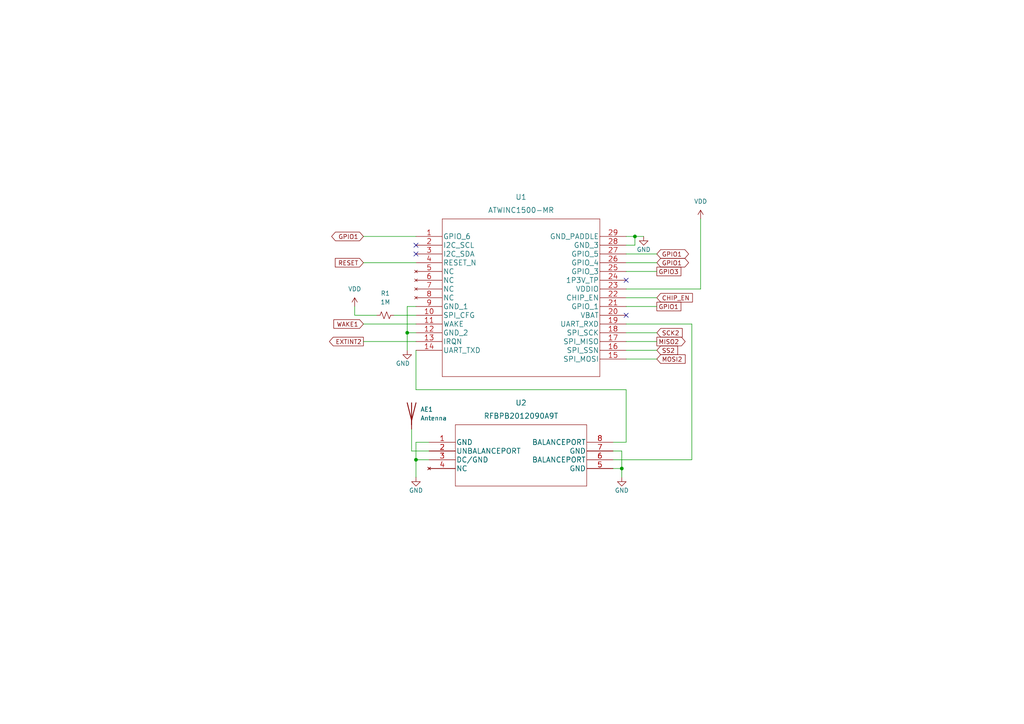
<source format=kicad_sch>
(kicad_sch (version 20211123) (generator eeschema)

  (uuid 47202413-c35f-4e7a-beda-ad46f3fd32e7)

  (paper "A4")

  (title_block
    (title "ATWINC1500-MR Control Circuit With Antenna")
    (date "2022-10-20")
    (rev "1")
    (company "DCA")
  )

  (lib_symbols
    (symbol "ATWINK1500REAL:ATWINC1500-MR210PB1961" (pin_names (offset 0.254)) (in_bom yes) (on_board yes)
      (property "Reference" "U" (id 0) (at 30.48 10.16 0)
        (effects (font (size 1.524 1.524)))
      )
      (property "Value" "ATWINC1500-MR210PB1961" (id 1) (at 30.48 7.62 0)
        (effects (font (size 1.524 1.524)))
      )
      (property "Footprint" "ATWINC15x0-MR210_MCH" (id 2) (at 30.48 6.096 0)
        (effects (font (size 1.524 1.524)) hide)
      )
      (property "Datasheet" "" (id 3) (at 0 0 0)
        (effects (font (size 1.524 1.524)))
      )
      (property "ki_locked" "" (id 4) (at 0 0 0)
        (effects (font (size 1.27 1.27)))
      )
      (property "ki_fp_filters" "ATWINC15x0-MR210_MCH" (id 5) (at 0 0 0)
        (effects (font (size 1.27 1.27)) hide)
      )
      (symbol "ATWINC1500-MR210PB1961_1_1"
        (polyline
          (pts
            (xy 7.62 -40.64)
            (xy 53.34 -40.64)
          )
          (stroke (width 0.127) (type default) (color 0 0 0 0))
          (fill (type none))
        )
        (polyline
          (pts
            (xy 7.62 5.08)
            (xy 7.62 -40.64)
          )
          (stroke (width 0.127) (type default) (color 0 0 0 0))
          (fill (type none))
        )
        (polyline
          (pts
            (xy 53.34 -40.64)
            (xy 53.34 5.08)
          )
          (stroke (width 0.127) (type default) (color 0 0 0 0))
          (fill (type none))
        )
        (polyline
          (pts
            (xy 53.34 5.08)
            (xy 7.62 5.08)
          )
          (stroke (width 0.127) (type default) (color 0 0 0 0))
          (fill (type none))
        )
        (pin bidirectional line (at 0 0 0) (length 7.62)
          (name "GPIO_6" (effects (font (size 1.4986 1.4986))))
          (number "1" (effects (font (size 1.4986 1.4986))))
        )
        (pin input line (at 0 -22.86 0) (length 7.62)
          (name "SPI_CFG" (effects (font (size 1.4986 1.4986))))
          (number "10" (effects (font (size 1.4986 1.4986))))
        )
        (pin input line (at 0 -25.4 0) (length 7.62)
          (name "WAKE" (effects (font (size 1.4986 1.4986))))
          (number "11" (effects (font (size 1.4986 1.4986))))
        )
        (pin power_in line (at 0 -27.94 0) (length 7.62)
          (name "GND_2" (effects (font (size 1.4986 1.4986))))
          (number "12" (effects (font (size 1.4986 1.4986))))
        )
        (pin output line (at 0 -30.48 0) (length 7.62)
          (name "IRQN" (effects (font (size 1.4986 1.4986))))
          (number "13" (effects (font (size 1.4986 1.4986))))
        )
        (pin output line (at 0 -33.02 0) (length 7.62)
          (name "UART_TXD" (effects (font (size 1.4986 1.4986))))
          (number "14" (effects (font (size 1.4986 1.4986))))
        )
        (pin input line (at 60.96 -35.56 180) (length 7.62)
          (name "SPI_MOSI" (effects (font (size 1.4986 1.4986))))
          (number "15" (effects (font (size 1.4986 1.4986))))
        )
        (pin input line (at 60.96 -33.02 180) (length 7.62)
          (name "SPI_SSN" (effects (font (size 1.4986 1.4986))))
          (number "16" (effects (font (size 1.4986 1.4986))))
        )
        (pin output line (at 60.96 -30.48 180) (length 7.62)
          (name "SPI_MISO" (effects (font (size 1.4986 1.4986))))
          (number "17" (effects (font (size 1.4986 1.4986))))
        )
        (pin input line (at 60.96 -27.94 180) (length 7.62)
          (name "SPI_SCK" (effects (font (size 1.4986 1.4986))))
          (number "18" (effects (font (size 1.4986 1.4986))))
        )
        (pin input line (at 60.96 -25.4 180) (length 7.62)
          (name "UART_RXD" (effects (font (size 1.4986 1.4986))))
          (number "19" (effects (font (size 1.4986 1.4986))))
        )
        (pin bidirectional line (at 0 -2.54 0) (length 7.62)
          (name "I2C_SCL" (effects (font (size 1.4986 1.4986))))
          (number "2" (effects (font (size 1.4986 1.4986))))
        )
        (pin power_in line (at 60.96 -22.86 180) (length 7.62)
          (name "VBAT" (effects (font (size 1.4986 1.4986))))
          (number "20" (effects (font (size 1.4986 1.4986))))
        )
        (pin bidirectional line (at 60.96 -20.32 180) (length 7.62)
          (name "GPIO_1" (effects (font (size 1.4986 1.4986))))
          (number "21" (effects (font (size 1.4986 1.4986))))
        )
        (pin input line (at 60.96 -17.78 180) (length 7.62)
          (name "CHIP_EN" (effects (font (size 1.4986 1.4986))))
          (number "22" (effects (font (size 1.4986 1.4986))))
        )
        (pin power_in line (at 60.96 -15.24 180) (length 7.62)
          (name "VDDIO" (effects (font (size 1.4986 1.4986))))
          (number "23" (effects (font (size 1.4986 1.4986))))
        )
        (pin unspecified line (at 60.96 -12.7 180) (length 7.62)
          (name "1P3V_TP" (effects (font (size 1.4986 1.4986))))
          (number "24" (effects (font (size 1.4986 1.4986))))
        )
        (pin bidirectional line (at 60.96 -10.16 180) (length 7.62)
          (name "GPIO_3" (effects (font (size 1.4986 1.4986))))
          (number "25" (effects (font (size 1.4986 1.4986))))
        )
        (pin bidirectional line (at 60.96 -7.62 180) (length 7.62)
          (name "GPIO_4" (effects (font (size 1.4986 1.4986))))
          (number "26" (effects (font (size 1.4986 1.4986))))
        )
        (pin bidirectional line (at 60.96 -5.08 180) (length 7.62)
          (name "GPIO_5" (effects (font (size 1.4986 1.4986))))
          (number "27" (effects (font (size 1.4986 1.4986))))
        )
        (pin power_in line (at 60.96 -2.54 180) (length 7.62)
          (name "GND_3" (effects (font (size 1.4986 1.4986))))
          (number "28" (effects (font (size 1.4986 1.4986))))
        )
        (pin power_in line (at 60.96 0 180) (length 7.62)
          (name "GND_PADDLE" (effects (font (size 1.4986 1.4986))))
          (number "29" (effects (font (size 1.4986 1.4986))))
        )
        (pin bidirectional line (at 0 -5.08 0) (length 7.62)
          (name "I2C_SDA" (effects (font (size 1.4986 1.4986))))
          (number "3" (effects (font (size 1.4986 1.4986))))
        )
        (pin input line (at 0 -7.62 0) (length 7.62)
          (name "RESET_N" (effects (font (size 1.4986 1.4986))))
          (number "4" (effects (font (size 1.4986 1.4986))))
        )
        (pin no_connect line (at 0 -10.16 0) (length 7.62)
          (name "NC" (effects (font (size 1.4986 1.4986))))
          (number "5" (effects (font (size 1.4986 1.4986))))
        )
        (pin no_connect line (at 0 -12.7 0) (length 7.62)
          (name "NC" (effects (font (size 1.4986 1.4986))))
          (number "6" (effects (font (size 1.4986 1.4986))))
        )
        (pin no_connect line (at 0 -15.24 0) (length 7.62)
          (name "NC" (effects (font (size 1.4986 1.4986))))
          (number "7" (effects (font (size 1.4986 1.4986))))
        )
        (pin no_connect line (at 0 -17.78 0) (length 7.62)
          (name "NC" (effects (font (size 1.4986 1.4986))))
          (number "8" (effects (font (size 1.4986 1.4986))))
        )
        (pin power_in line (at 0 -20.32 0) (length 7.62)
          (name "GND_1" (effects (font (size 1.4986 1.4986))))
          (number "9" (effects (font (size 1.4986 1.4986))))
        )
      )
    )
    (symbol "Device:Antenna" (pin_numbers hide) (pin_names (offset 1.016) hide) (in_bom yes) (on_board yes)
      (property "Reference" "AE" (id 0) (at -1.905 1.905 0)
        (effects (font (size 1.27 1.27)) (justify right))
      )
      (property "Value" "Antenna" (id 1) (at -1.905 0 0)
        (effects (font (size 1.27 1.27)) (justify right))
      )
      (property "Footprint" "" (id 2) (at 0 0 0)
        (effects (font (size 1.27 1.27)) hide)
      )
      (property "Datasheet" "~" (id 3) (at 0 0 0)
        (effects (font (size 1.27 1.27)) hide)
      )
      (property "ki_keywords" "antenna" (id 4) (at 0 0 0)
        (effects (font (size 1.27 1.27)) hide)
      )
      (property "ki_description" "Antenna" (id 5) (at 0 0 0)
        (effects (font (size 1.27 1.27)) hide)
      )
      (symbol "Antenna_0_1"
        (polyline
          (pts
            (xy 0 2.54)
            (xy 0 -3.81)
          )
          (stroke (width 0.254) (type default) (color 0 0 0 0))
          (fill (type none))
        )
        (polyline
          (pts
            (xy 1.27 2.54)
            (xy 0 -2.54)
            (xy -1.27 2.54)
          )
          (stroke (width 0.254) (type default) (color 0 0 0 0))
          (fill (type none))
        )
      )
      (symbol "Antenna_1_1"
        (pin input line (at 0 -5.08 90) (length 2.54)
          (name "A" (effects (font (size 1.27 1.27))))
          (number "1" (effects (font (size 1.27 1.27))))
        )
      )
    )
    (symbol "Device:R_Small_US" (pin_numbers hide) (pin_names (offset 0.254) hide) (in_bom yes) (on_board yes)
      (property "Reference" "R" (id 0) (at 0.762 0.508 0)
        (effects (font (size 1.27 1.27)) (justify left))
      )
      (property "Value" "R_Small_US" (id 1) (at 0.762 -1.016 0)
        (effects (font (size 1.27 1.27)) (justify left))
      )
      (property "Footprint" "" (id 2) (at 0 0 0)
        (effects (font (size 1.27 1.27)) hide)
      )
      (property "Datasheet" "~" (id 3) (at 0 0 0)
        (effects (font (size 1.27 1.27)) hide)
      )
      (property "ki_keywords" "r resistor" (id 4) (at 0 0 0)
        (effects (font (size 1.27 1.27)) hide)
      )
      (property "ki_description" "Resistor, small US symbol" (id 5) (at 0 0 0)
        (effects (font (size 1.27 1.27)) hide)
      )
      (property "ki_fp_filters" "R_*" (id 6) (at 0 0 0)
        (effects (font (size 1.27 1.27)) hide)
      )
      (symbol "R_Small_US_1_1"
        (polyline
          (pts
            (xy 0 0)
            (xy 1.016 -0.381)
            (xy 0 -0.762)
            (xy -1.016 -1.143)
            (xy 0 -1.524)
          )
          (stroke (width 0) (type default) (color 0 0 0 0))
          (fill (type none))
        )
        (polyline
          (pts
            (xy 0 1.524)
            (xy 1.016 1.143)
            (xy 0 0.762)
            (xy -1.016 0.381)
            (xy 0 0)
          )
          (stroke (width 0) (type default) (color 0 0 0 0))
          (fill (type none))
        )
        (pin passive line (at 0 2.54 270) (length 1.016)
          (name "~" (effects (font (size 1.27 1.27))))
          (number "1" (effects (font (size 1.27 1.27))))
        )
        (pin passive line (at 0 -2.54 90) (length 1.016)
          (name "~" (effects (font (size 1.27 1.27))))
          (number "2" (effects (font (size 1.27 1.27))))
        )
      )
    )
    (symbol "RFBPB2012090A9T:RFBPB2012090A9T" (pin_names (offset 0.254)) (in_bom yes) (on_board yes)
      (property "Reference" "U?" (id 0) (at 25.4 13.97 0)
        (effects (font (size 1.524 1.524)))
      )
      (property "Value" "RFBPB2012090A9T" (id 1) (at 25.4 10.16 0)
        (effects (font (size 1.524 1.524)))
      )
      (property "Footprint" "LTCC-8_2P0X1P2_WAL" (id 2) (at 25.4 7.62 0)
        (effects (font (size 1.524 1.524)) hide)
      )
      (property "Datasheet" "" (id 3) (at 0 0 0)
        (effects (font (size 1.524 1.524)))
      )
      (property "ki_locked" "" (id 4) (at 0 0 0)
        (effects (font (size 1.27 1.27)))
      )
      (property "ki_fp_filters" "LTCC-8_2P0X1P2_WAL LTCC-8_2P0X1P2_WAL-M LTCC-8_2P0X1P2_WAL-L" (id 5) (at 0 0 0)
        (effects (font (size 1.27 1.27)) hide)
      )
      (symbol "RFBPB2012090A9T_1_1"
        (polyline
          (pts
            (xy 7.62 -12.7)
            (xy 45.72 -12.7)
          )
          (stroke (width 0.127) (type default) (color 0 0 0 0))
          (fill (type none))
        )
        (polyline
          (pts
            (xy 7.62 5.08)
            (xy 7.62 -12.7)
          )
          (stroke (width 0.127) (type default) (color 0 0 0 0))
          (fill (type none))
        )
        (polyline
          (pts
            (xy 45.72 -12.7)
            (xy 45.72 5.08)
          )
          (stroke (width 0.127) (type default) (color 0 0 0 0))
          (fill (type none))
        )
        (polyline
          (pts
            (xy 45.72 5.08)
            (xy 7.62 5.08)
          )
          (stroke (width 0.127) (type default) (color 0 0 0 0))
          (fill (type none))
        )
        (pin power_in line (at 0 0 0) (length 7.62)
          (name "GND" (effects (font (size 1.4986 1.4986))))
          (number "1" (effects (font (size 1.4986 1.4986))))
        )
        (pin unspecified line (at 0 -2.54 0) (length 7.62)
          (name "UNBALANCEPORT" (effects (font (size 1.4986 1.4986))))
          (number "2" (effects (font (size 1.4986 1.4986))))
        )
        (pin unspecified line (at 0 -5.08 0) (length 7.62)
          (name "DC/GND" (effects (font (size 1.4986 1.4986))))
          (number "3" (effects (font (size 1.4986 1.4986))))
        )
        (pin no_connect line (at 0 -7.62 0) (length 7.62)
          (name "NC" (effects (font (size 1.4986 1.4986))))
          (number "4" (effects (font (size 1.4986 1.4986))))
        )
        (pin power_in line (at 53.34 -7.62 180) (length 7.62)
          (name "GND" (effects (font (size 1.4986 1.4986))))
          (number "5" (effects (font (size 1.4986 1.4986))))
        )
        (pin unspecified line (at 53.34 -5.08 180) (length 7.62)
          (name "BALANCEPORT" (effects (font (size 1.4986 1.4986))))
          (number "6" (effects (font (size 1.4986 1.4986))))
        )
        (pin power_in line (at 53.34 -2.54 180) (length 7.62)
          (name "GND" (effects (font (size 1.4986 1.4986))))
          (number "7" (effects (font (size 1.4986 1.4986))))
        )
        (pin unspecified line (at 53.34 0 180) (length 7.62)
          (name "BALANCEPORT" (effects (font (size 1.4986 1.4986))))
          (number "8" (effects (font (size 1.4986 1.4986))))
        )
      )
    )
    (symbol "power:GND" (power) (pin_names (offset 0)) (in_bom yes) (on_board yes)
      (property "Reference" "#PWR" (id 0) (at 0 -6.35 0)
        (effects (font (size 1.27 1.27)) hide)
      )
      (property "Value" "GND" (id 1) (at 0 -3.81 0)
        (effects (font (size 1.27 1.27)))
      )
      (property "Footprint" "" (id 2) (at 0 0 0)
        (effects (font (size 1.27 1.27)) hide)
      )
      (property "Datasheet" "" (id 3) (at 0 0 0)
        (effects (font (size 1.27 1.27)) hide)
      )
      (property "ki_keywords" "power-flag" (id 4) (at 0 0 0)
        (effects (font (size 1.27 1.27)) hide)
      )
      (property "ki_description" "Power symbol creates a global label with name \"GND\" , ground" (id 5) (at 0 0 0)
        (effects (font (size 1.27 1.27)) hide)
      )
      (symbol "GND_0_1"
        (polyline
          (pts
            (xy 0 0)
            (xy 0 -1.27)
            (xy 1.27 -1.27)
            (xy 0 -2.54)
            (xy -1.27 -1.27)
            (xy 0 -1.27)
          )
          (stroke (width 0) (type default) (color 0 0 0 0))
          (fill (type none))
        )
      )
      (symbol "GND_1_1"
        (pin power_in line (at 0 0 270) (length 0) hide
          (name "GND" (effects (font (size 1.27 1.27))))
          (number "1" (effects (font (size 1.27 1.27))))
        )
      )
    )
    (symbol "power:VDD" (power) (pin_names (offset 0)) (in_bom yes) (on_board yes)
      (property "Reference" "#PWR" (id 0) (at 0 -3.81 0)
        (effects (font (size 1.27 1.27)) hide)
      )
      (property "Value" "VDD" (id 1) (at 0 3.81 0)
        (effects (font (size 1.27 1.27)))
      )
      (property "Footprint" "" (id 2) (at 0 0 0)
        (effects (font (size 1.27 1.27)) hide)
      )
      (property "Datasheet" "" (id 3) (at 0 0 0)
        (effects (font (size 1.27 1.27)) hide)
      )
      (property "ki_keywords" "power-flag" (id 4) (at 0 0 0)
        (effects (font (size 1.27 1.27)) hide)
      )
      (property "ki_description" "Power symbol creates a global label with name \"VDD\"" (id 5) (at 0 0 0)
        (effects (font (size 1.27 1.27)) hide)
      )
      (symbol "VDD_0_1"
        (polyline
          (pts
            (xy -0.762 1.27)
            (xy 0 2.54)
          )
          (stroke (width 0) (type default) (color 0 0 0 0))
          (fill (type none))
        )
        (polyline
          (pts
            (xy 0 0)
            (xy 0 2.54)
          )
          (stroke (width 0) (type default) (color 0 0 0 0))
          (fill (type none))
        )
        (polyline
          (pts
            (xy 0 2.54)
            (xy 0.762 1.27)
          )
          (stroke (width 0) (type default) (color 0 0 0 0))
          (fill (type none))
        )
      )
      (symbol "VDD_1_1"
        (pin power_in line (at 0 0 90) (length 0) hide
          (name "VDD" (effects (font (size 1.27 1.27))))
          (number "1" (effects (font (size 1.27 1.27))))
        )
      )
    )
  )

  (junction (at 184.15 68.58) (diameter 0) (color 0 0 0 0)
    (uuid 09a67b28-e629-4029-8350-34822dc5513c)
  )
  (junction (at 118.11 96.52) (diameter 0) (color 0 0 0 0)
    (uuid 3d288fa4-cc4c-4db7-abf0-ffd305e5c37c)
  )
  (junction (at 180.34 135.89) (diameter 0) (color 0 0 0 0)
    (uuid 7cd436f7-778f-4418-a124-384b2a733227)
  )
  (junction (at 120.65 133.35) (diameter 0) (color 0 0 0 0)
    (uuid f9a94cdb-1580-4766-ba83-54b14f22c2ac)
  )

  (no_connect (at 181.61 91.44) (uuid 303561ed-c3da-4802-8ff7-01c2fd5c2b33))
  (no_connect (at 181.61 81.28) (uuid 303561ed-c3da-4802-8ff7-01c2fd5c2b33))
  (no_connect (at 120.65 73.66) (uuid 303561ed-c3da-4802-8ff7-01c2fd5c2b33))
  (no_connect (at 120.65 71.12) (uuid 303561ed-c3da-4802-8ff7-01c2fd5c2b33))

  (wire (pts (xy 120.65 101.6) (xy 120.65 113.03))
    (stroke (width 0) (type default) (color 0 0 0 0))
    (uuid 007cca95-d4e2-4125-9583-5cfa03725113)
  )
  (wire (pts (xy 181.61 128.27) (xy 177.8 128.27))
    (stroke (width 0) (type default) (color 0 0 0 0))
    (uuid 04c79b63-63fd-4e61-b81b-0b513f069f33)
  )
  (wire (pts (xy 181.61 71.12) (xy 184.15 71.12))
    (stroke (width 0) (type default) (color 0 0 0 0))
    (uuid 06499166-8255-44c8-9364-f9b6f4ff521b)
  )
  (wire (pts (xy 102.87 91.44) (xy 102.87 88.9))
    (stroke (width 0) (type default) (color 0 0 0 0))
    (uuid 11b8e6b6-d3c5-4ac5-b49e-c16ec826fb27)
  )
  (wire (pts (xy 190.5 86.36) (xy 181.61 86.36))
    (stroke (width 0) (type default) (color 0 0 0 0))
    (uuid 123872ac-6d44-4521-8b4f-540ac11a206b)
  )
  (wire (pts (xy 120.65 96.52) (xy 118.11 96.52))
    (stroke (width 0) (type default) (color 0 0 0 0))
    (uuid 17c7fedd-4769-4d32-9011-c5a2e667675d)
  )
  (wire (pts (xy 118.11 88.9) (xy 118.11 96.52))
    (stroke (width 0) (type default) (color 0 0 0 0))
    (uuid 2bd18e02-d108-4dbb-81cf-9fd766c095a6)
  )
  (wire (pts (xy 181.61 88.9) (xy 190.5 88.9))
    (stroke (width 0) (type default) (color 0 0 0 0))
    (uuid 33e8163a-42f0-4846-a55d-082614078464)
  )
  (wire (pts (xy 118.11 96.52) (xy 118.11 101.6))
    (stroke (width 0) (type default) (color 0 0 0 0))
    (uuid 341f6d0c-a2ac-45d5-80db-38c32ce556c8)
  )
  (wire (pts (xy 180.34 130.81) (xy 180.34 135.89))
    (stroke (width 0) (type default) (color 0 0 0 0))
    (uuid 3b23fdbb-6526-4c83-a144-374abc3c77ad)
  )
  (wire (pts (xy 114.3 91.44) (xy 120.65 91.44))
    (stroke (width 0) (type default) (color 0 0 0 0))
    (uuid 42973b3e-4635-4113-8cb5-beeb6b35a312)
  )
  (wire (pts (xy 120.65 133.35) (xy 120.65 138.43))
    (stroke (width 0) (type default) (color 0 0 0 0))
    (uuid 479cd1ba-1f8b-449b-ad31-ad25a0526602)
  )
  (wire (pts (xy 181.61 99.06) (xy 190.5 99.06))
    (stroke (width 0) (type default) (color 0 0 0 0))
    (uuid 4ac85a91-1dc3-4150-b44d-516059f8de1f)
  )
  (wire (pts (xy 105.41 76.2) (xy 120.65 76.2))
    (stroke (width 0) (type default) (color 0 0 0 0))
    (uuid 52050e05-05aa-4d8b-bbae-bebbb0444694)
  )
  (wire (pts (xy 177.8 135.89) (xy 180.34 135.89))
    (stroke (width 0) (type default) (color 0 0 0 0))
    (uuid 53802f34-a205-4be0-8f77-d723a8ddd8a4)
  )
  (wire (pts (xy 105.41 99.06) (xy 120.65 99.06))
    (stroke (width 0) (type default) (color 0 0 0 0))
    (uuid 5856b494-106d-41d6-9277-e8c1335c6fe7)
  )
  (wire (pts (xy 180.34 135.89) (xy 180.34 138.43))
    (stroke (width 0) (type default) (color 0 0 0 0))
    (uuid 5a27c7d4-0ffb-423e-8785-3934ea8e8a45)
  )
  (wire (pts (xy 120.65 128.27) (xy 120.65 133.35))
    (stroke (width 0) (type default) (color 0 0 0 0))
    (uuid 658367a3-3019-4b30-945c-5a60d7ccd12d)
  )
  (wire (pts (xy 177.8 130.81) (xy 180.34 130.81))
    (stroke (width 0) (type default) (color 0 0 0 0))
    (uuid 67908d13-48e2-4ba8-9a12-ed0ff6fc38da)
  )
  (wire (pts (xy 200.66 93.98) (xy 200.66 133.35))
    (stroke (width 0) (type default) (color 0 0 0 0))
    (uuid 6b91b5ca-717a-4ffa-9d95-6c8a7e0f173a)
  )
  (wire (pts (xy 184.15 71.12) (xy 184.15 68.58))
    (stroke (width 0) (type default) (color 0 0 0 0))
    (uuid 7481605e-d88e-4758-87a8-b66957fe3e3c)
  )
  (wire (pts (xy 181.61 68.58) (xy 184.15 68.58))
    (stroke (width 0) (type default) (color 0 0 0 0))
    (uuid 7be6ca9d-321d-47d3-b879-5058e2803eae)
  )
  (wire (pts (xy 120.65 113.03) (xy 181.61 113.03))
    (stroke (width 0) (type default) (color 0 0 0 0))
    (uuid 7eaddf48-4706-4eca-97c5-3c40802bb0f1)
  )
  (wire (pts (xy 181.61 78.74) (xy 190.5 78.74))
    (stroke (width 0) (type default) (color 0 0 0 0))
    (uuid 848688f9-81e8-4ff1-975b-2e78a3ad582c)
  )
  (wire (pts (xy 120.65 88.9) (xy 118.11 88.9))
    (stroke (width 0) (type default) (color 0 0 0 0))
    (uuid 87d4d979-e5a8-46f5-9086-af6593e42cfd)
  )
  (wire (pts (xy 203.2 83.82) (xy 181.61 83.82))
    (stroke (width 0) (type default) (color 0 0 0 0))
    (uuid 9498ad13-da36-4f75-8f03-da5fc85200ab)
  )
  (wire (pts (xy 181.61 113.03) (xy 181.61 128.27))
    (stroke (width 0) (type default) (color 0 0 0 0))
    (uuid 976878cc-b259-4dbe-8894-bd51d5564370)
  )
  (wire (pts (xy 190.5 101.6) (xy 181.61 101.6))
    (stroke (width 0) (type default) (color 0 0 0 0))
    (uuid 9f9506a7-3deb-4065-8bfa-f4461813691c)
  )
  (wire (pts (xy 200.66 133.35) (xy 177.8 133.35))
    (stroke (width 0) (type default) (color 0 0 0 0))
    (uuid a34bba85-24e7-4bbd-be4d-b6c1a95ce40b)
  )
  (wire (pts (xy 124.46 128.27) (xy 120.65 128.27))
    (stroke (width 0) (type default) (color 0 0 0 0))
    (uuid ab7dfd00-3884-44bb-b057-e6f1eb6db026)
  )
  (wire (pts (xy 181.61 93.98) (xy 200.66 93.98))
    (stroke (width 0) (type default) (color 0 0 0 0))
    (uuid b711cda5-7a6a-44f0-a153-a85037390067)
  )
  (wire (pts (xy 120.65 133.35) (xy 124.46 133.35))
    (stroke (width 0) (type default) (color 0 0 0 0))
    (uuid b892884b-bfd2-467d-ad3f-3708f8e70359)
  )
  (wire (pts (xy 109.22 91.44) (xy 102.87 91.44))
    (stroke (width 0) (type default) (color 0 0 0 0))
    (uuid c16b5c50-2ecd-4ad1-b93e-fd6950a8b793)
  )
  (wire (pts (xy 119.38 130.81) (xy 119.38 124.46))
    (stroke (width 0) (type default) (color 0 0 0 0))
    (uuid c21b3b80-5aac-47ba-b0ae-52a68186cdf5)
  )
  (wire (pts (xy 190.5 96.52) (xy 181.61 96.52))
    (stroke (width 0) (type default) (color 0 0 0 0))
    (uuid cb9a973c-dc0a-4c65-8457-36b447b5688c)
  )
  (wire (pts (xy 105.41 93.98) (xy 120.65 93.98))
    (stroke (width 0) (type default) (color 0 0 0 0))
    (uuid cfd58ea9-d7cb-4b3e-b214-701281e760ea)
  )
  (wire (pts (xy 124.46 130.81) (xy 119.38 130.81))
    (stroke (width 0) (type default) (color 0 0 0 0))
    (uuid dc0443de-95ea-43b1-b5d0-d5eb8e3bacdf)
  )
  (wire (pts (xy 181.61 73.66) (xy 190.5 73.66))
    (stroke (width 0) (type default) (color 0 0 0 0))
    (uuid dd6f2c59-256a-45b0-9306-e3d9dea628b1)
  )
  (wire (pts (xy 105.41 68.58) (xy 120.65 68.58))
    (stroke (width 0) (type default) (color 0 0 0 0))
    (uuid effaf368-b73a-4dc1-8e90-9941934a4939)
  )
  (wire (pts (xy 181.61 76.2) (xy 190.5 76.2))
    (stroke (width 0) (type default) (color 0 0 0 0))
    (uuid fca2c221-e38a-4f5e-b3ed-95750668a224)
  )
  (wire (pts (xy 181.61 104.14) (xy 190.5 104.14))
    (stroke (width 0) (type default) (color 0 0 0 0))
    (uuid fdefba87-6f71-4968-94c2-07a034475b41)
  )
  (wire (pts (xy 184.15 68.58) (xy 186.69 68.58))
    (stroke (width 0) (type default) (color 0 0 0 0))
    (uuid fe15d566-45b2-4e5b-8347-1b987b9c4898)
  )
  (wire (pts (xy 203.2 63.5) (xy 203.2 83.82))
    (stroke (width 0) (type default) (color 0 0 0 0))
    (uuid fff8d30a-060d-452e-b7ed-0ca54980ca53)
  )

  (global_label "WAKE1" (shape input) (at 105.41 93.98 180) (fields_autoplaced)
    (effects (font (size 1.27 1.27)) (justify right))
    (uuid 068fb82f-9b41-4ae6-817e-625b3b97ea52)
    (property "Intersheet References" "${INTERSHEET_REFS}" (id 0) (at 96.8283 93.9006 0)
      (effects (font (size 1.27 1.27)) (justify right) hide)
    )
  )
  (global_label "GPIO1" (shape bidirectional) (at 190.5 73.66 0) (fields_autoplaced)
    (effects (font (size 1.27 1.27)) (justify left))
    (uuid 09cb6408-646b-4f49-a0dc-e7478cf6960d)
    (property "Intersheet References" "${INTERSHEET_REFS}" (id 0) (at 198.5979 73.5806 0)
      (effects (font (size 1.27 1.27)) (justify left) hide)
    )
  )
  (global_label "GPIO1" (shape bidirectional) (at 190.5 76.2 0) (fields_autoplaced)
    (effects (font (size 1.27 1.27)) (justify left))
    (uuid 1eb7d2bb-26a3-4e9c-9970-d22b91231ed2)
    (property "Intersheet References" "${INTERSHEET_REFS}" (id 0) (at 198.5979 76.1206 0)
      (effects (font (size 1.27 1.27)) (justify left) hide)
    )
  )
  (global_label "MOSI2" (shape input) (at 190.5 104.14 0) (fields_autoplaced)
    (effects (font (size 1.27 1.27)) (justify left))
    (uuid 2a219543-b8e7-497b-9804-45f1f5ef6be0)
    (property "Intersheet References" "${INTERSHEET_REFS}" (id 0) (at 198.7188 104.0606 0)
      (effects (font (size 1.27 1.27)) (justify left) hide)
    )
  )
  (global_label "SCK2" (shape input) (at 190.5 96.52 0) (fields_autoplaced)
    (effects (font (size 1.27 1.27)) (justify left))
    (uuid 36b37f52-cdd5-460a-bef3-e7c8a4046a5c)
    (property "Intersheet References" "${INTERSHEET_REFS}" (id 0) (at 197.8721 96.4406 0)
      (effects (font (size 1.27 1.27)) (justify left) hide)
    )
  )
  (global_label "CHIP_EN" (shape input) (at 190.5 86.36 0) (fields_autoplaced)
    (effects (font (size 1.27 1.27)) (justify left))
    (uuid 60f885f2-d910-40ca-9fde-2b97e9ba842d)
    (property "Intersheet References" "${INTERSHEET_REFS}" (id 0) (at 200.8355 86.2806 0)
      (effects (font (size 1.27 1.27)) (justify left) hide)
    )
  )
  (global_label "GPIO1" (shape passive) (at 190.5 88.9 0) (fields_autoplaced)
    (effects (font (size 1.27 1.27)) (justify left))
    (uuid 97f71ec2-3266-4f15-8bbd-5474424b3953)
    (property "Intersheet References" "${INTERSHEET_REFS}" (id 0) (at 198.5979 88.8206 0)
      (effects (font (size 1.27 1.27)) (justify left) hide)
    )
  )
  (global_label "RESET" (shape input) (at 105.41 76.2 180) (fields_autoplaced)
    (effects (font (size 1.27 1.27)) (justify right))
    (uuid b51f9da1-2b5b-439f-8d89-7b017b901a98)
    (property "Intersheet References" "${INTERSHEET_REFS}" (id 0) (at 97.2517 76.1206 0)
      (effects (font (size 1.27 1.27)) (justify right) hide)
    )
  )
  (global_label "EXTINT2" (shape output) (at 105.41 99.06 180) (fields_autoplaced)
    (effects (font (size 1.27 1.27)) (justify right))
    (uuid c4cdeb57-d5bf-47c0-bc9a-0771f21fa9d0)
    (property "Intersheet References" "${INTERSHEET_REFS}" (id 0) (at 95.5583 98.9806 0)
      (effects (font (size 1.27 1.27)) (justify right) hide)
    )
  )
  (global_label "MISO2" (shape output) (at 190.5 99.06 0) (fields_autoplaced)
    (effects (font (size 1.27 1.27)) (justify left))
    (uuid e3033639-28db-498e-b437-e4d50876fca5)
    (property "Intersheet References" "${INTERSHEET_REFS}" (id 0) (at 198.7188 98.9806 0)
      (effects (font (size 1.27 1.27)) (justify left) hide)
    )
  )
  (global_label "GPIO1" (shape bidirectional) (at 105.41 68.58 180) (fields_autoplaced)
    (effects (font (size 1.27 1.27)) (justify right))
    (uuid f813a648-48f6-44a2-97b8-90243714e9d6)
    (property "Intersheet References" "${INTERSHEET_REFS}" (id 0) (at 97.3121 68.5006 0)
      (effects (font (size 1.27 1.27)) (justify right) hide)
    )
  )
  (global_label "GPIO3" (shape passive) (at 190.5 78.74 0) (fields_autoplaced)
    (effects (font (size 1.27 1.27)) (justify left))
    (uuid f85f93d8-06fb-4e8b-8547-4a7a044d64da)
    (property "Intersheet References" "${INTERSHEET_REFS}" (id 0) (at 198.5979 78.6606 0)
      (effects (font (size 1.27 1.27)) (justify left) hide)
    )
  )
  (global_label "SS2" (shape input) (at 190.5 101.6 0) (fields_autoplaced)
    (effects (font (size 1.27 1.27)) (justify left))
    (uuid f87f126e-d6f7-48fe-8c05-bb5078ae41ca)
    (property "Intersheet References" "${INTERSHEET_REFS}" (id 0) (at 196.5417 101.5206 0)
      (effects (font (size 1.27 1.27)) (justify left) hide)
    )
  )

  (symbol (lib_id "power:VDD") (at 203.2 63.5 0) (unit 1)
    (in_bom yes) (on_board yes) (fields_autoplaced)
    (uuid 154c55c9-3d2e-4a42-8af5-f8ab97a044b9)
    (property "Reference" "#PWR?" (id 0) (at 203.2 67.31 0)
      (effects (font (size 1.27 1.27)) hide)
    )
    (property "Value" "VDD" (id 1) (at 203.2 58.42 0))
    (property "Footprint" "" (id 2) (at 203.2 63.5 0)
      (effects (font (size 1.27 1.27)) hide)
    )
    (property "Datasheet" "" (id 3) (at 203.2 63.5 0)
      (effects (font (size 1.27 1.27)) hide)
    )
    (pin "1" (uuid c5e35aab-e636-4968-96a7-ebd57e2587c2))
  )

  (symbol (lib_id "power:GND") (at 186.69 68.58 0) (unit 1)
    (in_bom yes) (on_board yes)
    (uuid 43e759be-d1ad-4ba1-8b33-50288e59bc37)
    (property "Reference" "#PWR?" (id 0) (at 186.69 74.93 0)
      (effects (font (size 1.27 1.27)) hide)
    )
    (property "Value" "GND" (id 1) (at 186.69 72.39 0))
    (property "Footprint" "" (id 2) (at 186.69 68.58 0)
      (effects (font (size 1.27 1.27)) hide)
    )
    (property "Datasheet" "" (id 3) (at 186.69 68.58 0)
      (effects (font (size 1.27 1.27)) hide)
    )
    (pin "1" (uuid b4e9d9e4-ee2c-44d2-8e6b-1ba47a7f8a69))
  )

  (symbol (lib_id "Device:R_Small_US") (at 111.76 91.44 90) (unit 1)
    (in_bom yes) (on_board yes) (fields_autoplaced)
    (uuid 7d393250-166f-4f19-84d4-77d15b201da0)
    (property "Reference" "R1" (id 0) (at 111.76 85.09 90))
    (property "Value" "1M" (id 1) (at 111.76 87.63 90))
    (property "Footprint" "" (id 2) (at 111.76 91.44 0)
      (effects (font (size 1.27 1.27)) hide)
    )
    (property "Datasheet" "~" (id 3) (at 111.76 91.44 0)
      (effects (font (size 1.27 1.27)) hide)
    )
    (pin "1" (uuid 7b8a26c3-35d9-4b87-9f1b-d8b0553758f6))
    (pin "2" (uuid e023a61f-a74f-48c8-becb-afb00ff83ce2))
  )

  (symbol (lib_id "power:GND") (at 120.65 138.43 0) (unit 1)
    (in_bom yes) (on_board yes)
    (uuid 7fcbec39-170b-4a90-a587-89aca186eec0)
    (property "Reference" "#PWR?" (id 0) (at 120.65 144.78 0)
      (effects (font (size 1.27 1.27)) hide)
    )
    (property "Value" "GND" (id 1) (at 120.65 142.24 0))
    (property "Footprint" "" (id 2) (at 120.65 138.43 0)
      (effects (font (size 1.27 1.27)) hide)
    )
    (property "Datasheet" "" (id 3) (at 120.65 138.43 0)
      (effects (font (size 1.27 1.27)) hide)
    )
    (pin "1" (uuid 595a1d47-1789-4196-b0b3-2410697132f9))
  )

  (symbol (lib_id "power:VDD") (at 102.87 88.9 0) (unit 1)
    (in_bom yes) (on_board yes) (fields_autoplaced)
    (uuid 8d07a81c-6e87-47a1-ae81-413075a6feba)
    (property "Reference" "#PWR?" (id 0) (at 102.87 92.71 0)
      (effects (font (size 1.27 1.27)) hide)
    )
    (property "Value" "VDD" (id 1) (at 102.87 83.82 0))
    (property "Footprint" "" (id 2) (at 102.87 88.9 0)
      (effects (font (size 1.27 1.27)) hide)
    )
    (property "Datasheet" "" (id 3) (at 102.87 88.9 0)
      (effects (font (size 1.27 1.27)) hide)
    )
    (pin "1" (uuid 046b9394-6fdd-494d-b144-f465b950f09b))
  )

  (symbol (lib_id "ATWINK1500REAL:ATWINC1500-MR210PB1961") (at 120.65 68.58 0) (unit 1)
    (in_bom yes) (on_board yes) (fields_autoplaced)
    (uuid a2c2711f-7bf5-4e03-9d05-fec8e2736fe1)
    (property "Reference" "U1" (id 0) (at 151.13 57.15 0)
      (effects (font (size 1.524 1.524)))
    )
    (property "Value" "ATWINC1500-MR" (id 1) (at 151.13 60.96 0)
      (effects (font (size 1.524 1.524)))
    )
    (property "Footprint" "ATWINC15x0-MR210_MCH" (id 2) (at 151.13 62.484 0)
      (effects (font (size 1.524 1.524)) hide)
    )
    (property "Datasheet" "" (id 3) (at 120.65 68.58 0)
      (effects (font (size 1.524 1.524)))
    )
    (pin "1" (uuid 33c0dcc9-7cef-4401-8db8-9fb0967fc2a0))
    (pin "10" (uuid c4b1e6b4-5f3e-44f6-aa80-06758016f3c1))
    (pin "11" (uuid 3767cc7a-bf9d-4068-b466-5831615ea9e7))
    (pin "12" (uuid 57fb57a6-460f-4f91-8a11-1c6dbebbf7a3))
    (pin "13" (uuid 9b0ded57-1708-4741-8693-96665b8bf2f6))
    (pin "14" (uuid 3fca80a5-ca82-4cd8-8c8c-749d82d4fd11))
    (pin "15" (uuid 80c67dca-9a18-4404-93d0-a528c1162e5f))
    (pin "16" (uuid be55fa13-37ea-436c-a02f-46c93501f984))
    (pin "17" (uuid b3a55ec9-11cd-4894-a9c2-b0e145aaa92b))
    (pin "18" (uuid 4bc2a87e-1dc6-432d-af0e-4cb8232cebdd))
    (pin "19" (uuid f10f8518-dd8a-4395-800d-927e53cd245e))
    (pin "2" (uuid b87f1564-d80a-4f7d-a690-195985ac231f))
    (pin "20" (uuid 8474436e-75c0-45cd-8ae5-37ac0be27dce))
    (pin "21" (uuid bffa45aa-955a-4faa-8e01-07d1791d1ac0))
    (pin "22" (uuid c962d63d-db53-4eed-b8c9-0f1cd80606c1))
    (pin "23" (uuid da168a1b-39e3-447d-9c8e-bef7d939ff9a))
    (pin "24" (uuid 1449e99c-c955-4b4f-a812-541e5bc7833c))
    (pin "25" (uuid 2547e3d2-15e2-4dc1-9ef7-36b108f73757))
    (pin "26" (uuid d867542c-5cfc-4df7-aa8b-a6097ebd5eef))
    (pin "27" (uuid a3e49e00-b5c3-4b56-a87d-435dbc300c0f))
    (pin "28" (uuid fd25029d-1867-4f18-8018-f8a5965787dd))
    (pin "29" (uuid 654c17a7-9440-490a-8199-10a79ff0b63e))
    (pin "3" (uuid 5500d83c-2116-4624-99da-594ebc8ff211))
    (pin "4" (uuid 26cd6c7b-b3d8-4bfc-ae73-ae6f83be03c9))
    (pin "5" (uuid 9c6eb75b-7379-4600-a8a2-4b6f6c354466))
    (pin "6" (uuid 5bd76d7c-4a11-43bc-8b53-ea787dbed45e))
    (pin "7" (uuid aaa33869-6112-4bab-80c1-4dae172a2619))
    (pin "8" (uuid b195f887-da15-44e4-abd4-36ba9bbc1be7))
    (pin "9" (uuid 2babe3eb-28b6-433f-8768-3c73822d6a98))
  )

  (symbol (lib_id "power:GND") (at 180.34 138.43 0) (unit 1)
    (in_bom yes) (on_board yes)
    (uuid a7f93157-d220-4973-97e0-eed53895a9a4)
    (property "Reference" "#PWR?" (id 0) (at 180.34 144.78 0)
      (effects (font (size 1.27 1.27)) hide)
    )
    (property "Value" "GND" (id 1) (at 180.34 142.24 0))
    (property "Footprint" "" (id 2) (at 180.34 138.43 0)
      (effects (font (size 1.27 1.27)) hide)
    )
    (property "Datasheet" "" (id 3) (at 180.34 138.43 0)
      (effects (font (size 1.27 1.27)) hide)
    )
    (pin "1" (uuid e38c0e6a-5f0f-444f-8803-5e2cc722906e))
  )

  (symbol (lib_id "RFBPB2012090A9T:RFBPB2012090A9T") (at 124.46 128.27 0) (unit 1)
    (in_bom yes) (on_board yes) (fields_autoplaced)
    (uuid c0fa1ef7-c19c-45fa-b849-ac5f6bbb6ccd)
    (property "Reference" "U2" (id 0) (at 151.13 116.84 0)
      (effects (font (size 1.524 1.524)))
    )
    (property "Value" "RFBPB2012090A9T" (id 1) (at 151.13 120.65 0)
      (effects (font (size 1.524 1.524)))
    )
    (property "Footprint" "LTCC-8_2P0X1P2_WAL" (id 2) (at 149.86 120.65 0)
      (effects (font (size 1.524 1.524)) hide)
    )
    (property "Datasheet" "" (id 3) (at 124.46 128.27 0)
      (effects (font (size 1.524 1.524)))
    )
    (pin "1" (uuid fdcdd251-b94d-46fd-9f54-f552910543dd))
    (pin "2" (uuid b994cf13-d04d-43c0-9957-798790a04ac5))
    (pin "3" (uuid d18a5746-1920-4fa9-adfd-ec4accdcef4e))
    (pin "4" (uuid 533e9408-eba9-467d-8da2-ffbd8dc615bf))
    (pin "5" (uuid 05e0f684-8816-44b5-93dc-ad78026482cc))
    (pin "6" (uuid 55d7c518-bd9a-4b72-8b98-e6be6cd8b4bc))
    (pin "7" (uuid efb74433-f2c8-4ce5-a5ff-c68f007c0cc4))
    (pin "8" (uuid d0cfe9f7-c91d-4df3-8241-b5ce6769ab29))
  )

  (symbol (lib_id "power:GND") (at 118.11 101.6 0) (unit 1)
    (in_bom yes) (on_board yes)
    (uuid e89d0145-e821-45fe-bb83-0cc794980719)
    (property "Reference" "#PWR?" (id 0) (at 118.11 107.95 0)
      (effects (font (size 1.27 1.27)) hide)
    )
    (property "Value" "GND" (id 1) (at 116.84 105.41 0))
    (property "Footprint" "" (id 2) (at 118.11 101.6 0)
      (effects (font (size 1.27 1.27)) hide)
    )
    (property "Datasheet" "" (id 3) (at 118.11 101.6 0)
      (effects (font (size 1.27 1.27)) hide)
    )
    (pin "1" (uuid 04fbb336-7872-43c7-8c19-c567c7e2acff))
  )

  (symbol (lib_id "Device:Antenna") (at 119.38 119.38 0) (unit 1)
    (in_bom yes) (on_board yes) (fields_autoplaced)
    (uuid ff53eaf0-09fa-47d5-ad9d-51dd77e8f0d9)
    (property "Reference" "AE1" (id 0) (at 121.92 118.7449 0)
      (effects (font (size 1.27 1.27)) (justify left))
    )
    (property "Value" "Antenna" (id 1) (at 121.92 121.2849 0)
      (effects (font (size 1.27 1.27)) (justify left))
    )
    (property "Footprint" "" (id 2) (at 119.38 119.38 0)
      (effects (font (size 1.27 1.27)) hide)
    )
    (property "Datasheet" "~" (id 3) (at 119.38 119.38 0)
      (effects (font (size 1.27 1.27)) hide)
    )
    (pin "1" (uuid b3b3ee93-fc93-4c5e-a3da-fb1fbf34d36f))
  )

  (sheet_instances
    (path "/" (page "1"))
  )

  (symbol_instances
    (path "/154c55c9-3d2e-4a42-8af5-f8ab97a044b9"
      (reference "#PWR?") (unit 1) (value "VDD") (footprint "")
    )
    (path "/43e759be-d1ad-4ba1-8b33-50288e59bc37"
      (reference "#PWR?") (unit 1) (value "GND") (footprint "")
    )
    (path "/7fcbec39-170b-4a90-a587-89aca186eec0"
      (reference "#PWR?") (unit 1) (value "GND") (footprint "")
    )
    (path "/8d07a81c-6e87-47a1-ae81-413075a6feba"
      (reference "#PWR?") (unit 1) (value "VDD") (footprint "")
    )
    (path "/a7f93157-d220-4973-97e0-eed53895a9a4"
      (reference "#PWR?") (unit 1) (value "GND") (footprint "")
    )
    (path "/e89d0145-e821-45fe-bb83-0cc794980719"
      (reference "#PWR?") (unit 1) (value "GND") (footprint "")
    )
    (path "/ff53eaf0-09fa-47d5-ad9d-51dd77e8f0d9"
      (reference "AE1") (unit 1) (value "Antenna") (footprint "")
    )
    (path "/7d393250-166f-4f19-84d4-77d15b201da0"
      (reference "R1") (unit 1) (value "1M") (footprint "")
    )
    (path "/a2c2711f-7bf5-4e03-9d05-fec8e2736fe1"
      (reference "U1") (unit 1) (value "ATWINC1500-MR") (footprint "ATWINC15x0-MR210_MCH")
    )
    (path "/c0fa1ef7-c19c-45fa-b849-ac5f6bbb6ccd"
      (reference "U2") (unit 1) (value "RFBPB2012090A9T") (footprint "LTCC-8_2P0X1P2_WAL")
    )
  )
)

</source>
